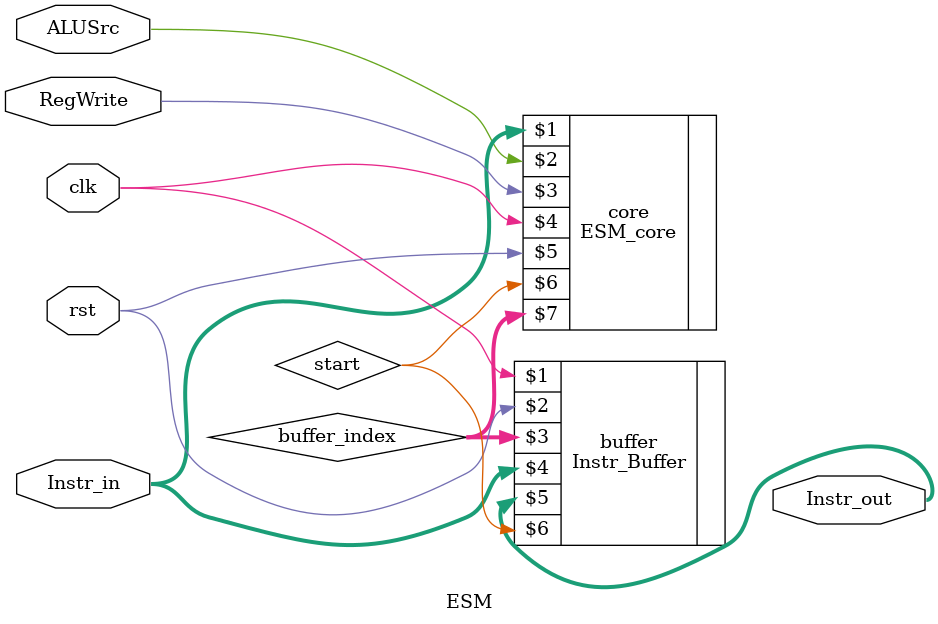
<source format=v>
module ESM #(
    parameter Instr_word_size = 32,
    parameter regnum = 32,
    parameter bs = 16
) (
    input [Instr_word_size-1:0] Instr_in,
    input ALUSrc, RegWrite, clk, rst,
    output [Instr_word_size-1:0] Instr_out
);
    localparam bs_bits = $clog2(bs);

    wire [bs_bits-1:0] buffer_index;
	 wire start;

    Instr_Buffer #(Instr_word_size, bs) buffer (clk, rst, buffer_index, Instr_in, Instr_out, start);

    ESM_core #(Instr_word_size, regnum, bs) core (Instr_in, ALUSrc, RegWrite, clk, rst, start, buffer_index);

endmodule
</source>
